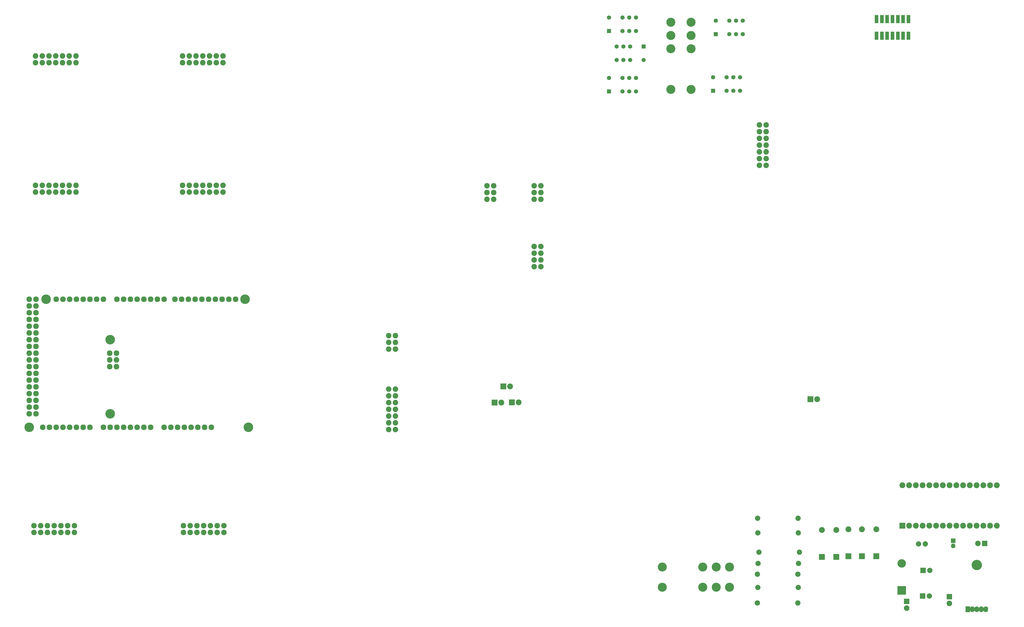
<source format=gbr>
G04 #@! TF.FileFunction,Soldermask,Top*
%FSLAX46Y46*%
G04 Gerber Fmt 4.6, Leading zero omitted, Abs format (unit mm)*
G04 Created by KiCad (PCBNEW 4.0.6) date 02/28/20 07:27:54*
%MOMM*%
%LPD*%
G01*
G04 APERTURE LIST*
%ADD10C,0.100000*%
%ADD11O,2.127200X2.127200*%
%ADD12C,3.600000*%
%ADD13C,2.082800*%
%ADD14R,2.000000X2.000000*%
%ADD15C,2.000000*%
%ADD16R,2.200000X2.200000*%
%ADD17C,2.200000*%
%ADD18O,2.200000X2.200000*%
%ADD19R,3.200000X3.200000*%
%ADD20O,3.200000X3.200000*%
%ADD21R,1.600000X1.600000*%
%ADD22C,1.600000*%
%ADD23R,2.100000X2.100000*%
%ADD24O,2.100000X2.100000*%
%ADD25R,1.750000X1.750000*%
%ADD26O,1.750000X1.750000*%
%ADD27C,3.400000*%
%ADD28O,3.900000X3.900000*%
%ADD29R,1.750000X2.200000*%
%ADD30O,1.750000X2.200000*%
%ADD31O,2.000000X2.000000*%
%ADD32R,1.400000X3.150000*%
G04 APERTURE END LIST*
D10*
D11*
X163932000Y-219456000D03*
X161392000Y-219456000D03*
X161392000Y-216916000D03*
X163932000Y-216916000D03*
X161392000Y-214376000D03*
X176759000Y-242316000D03*
X181839000Y-242316000D03*
X184379000Y-242316000D03*
X186919000Y-242316000D03*
X189459000Y-242316000D03*
X191999000Y-242316000D03*
X194539000Y-242316000D03*
X197079000Y-242316000D03*
X141199000Y-194056000D03*
X143739000Y-194056000D03*
X146279000Y-194056000D03*
X148819000Y-194056000D03*
X151359000Y-194056000D03*
X153899000Y-194056000D03*
X156439000Y-194056000D03*
X158979000Y-194056000D03*
X164059000Y-194056000D03*
X166599000Y-194056000D03*
X169139000Y-194056000D03*
X171679000Y-194056000D03*
X174219000Y-194056000D03*
X176759000Y-194056000D03*
X179299000Y-194056000D03*
X181839000Y-194056000D03*
X201143000Y-194056000D03*
X185903000Y-194056000D03*
X188443000Y-194056000D03*
X190983000Y-194056000D03*
D12*
X161519000Y-237236000D03*
X161519000Y-209296000D03*
X137389000Y-194056000D03*
X212319000Y-194056000D03*
X131039000Y-242316000D03*
X213589000Y-242316000D03*
D11*
X208763000Y-194056000D03*
X206223000Y-194056000D03*
X203683000Y-194056000D03*
X198603000Y-194056000D03*
X196063000Y-194056000D03*
X193523000Y-194056000D03*
X199619000Y-242316000D03*
X174219000Y-242316000D03*
X171679000Y-242316000D03*
X169139000Y-242316000D03*
X166599000Y-242316000D03*
X164059000Y-242316000D03*
X161519000Y-242316000D03*
X158979000Y-242316000D03*
X153899000Y-242316000D03*
X151359000Y-242316000D03*
X148819000Y-242316000D03*
X146279000Y-242316000D03*
X143739000Y-242316000D03*
X141199000Y-242316000D03*
X138659000Y-242316000D03*
X136119000Y-242316000D03*
X133579000Y-194056000D03*
X131039000Y-194056000D03*
X133579000Y-196596000D03*
X131039000Y-196596000D03*
X133579000Y-199136000D03*
X131039000Y-199136000D03*
X133579000Y-201676000D03*
X131039000Y-201676000D03*
X133579000Y-204216000D03*
X131039000Y-204216000D03*
X133579000Y-206756000D03*
X131039000Y-206756000D03*
X133579000Y-209296000D03*
X131039000Y-209296000D03*
X133579000Y-211836000D03*
X131039000Y-211836000D03*
X133579000Y-214376000D03*
X131039000Y-214376000D03*
X133579000Y-216916000D03*
X131039000Y-216916000D03*
X133579000Y-219456000D03*
X131039000Y-219456000D03*
X133579000Y-221996000D03*
X131039000Y-221996000D03*
X133579000Y-224536000D03*
X131039000Y-224536000D03*
X133579000Y-227076000D03*
X131039000Y-227076000D03*
X133579000Y-229616000D03*
X131039000Y-229616000D03*
X133579000Y-232156000D03*
X131039000Y-232156000D03*
X133579000Y-234696000D03*
X131039000Y-234696000D03*
X133579000Y-237236000D03*
X131039000Y-237236000D03*
X163932000Y-214376000D03*
D13*
X133400000Y-102400000D03*
X133400000Y-104940000D03*
X135940000Y-102400000D03*
X135940000Y-104940000D03*
X138480000Y-102400000D03*
X138480000Y-104940000D03*
X141020000Y-102400000D03*
X141020000Y-104940000D03*
X143560000Y-102400000D03*
X143560000Y-104940000D03*
X146100000Y-102400000D03*
X146100000Y-104940000D03*
X148640000Y-102400000D03*
X148640000Y-104940000D03*
X188800000Y-102400000D03*
X188800000Y-104940000D03*
X191340000Y-102400000D03*
X191340000Y-104940000D03*
X193880000Y-102400000D03*
X193880000Y-104940000D03*
X196420000Y-102400000D03*
X196420000Y-104940000D03*
X198960000Y-102400000D03*
X198960000Y-104940000D03*
X201500000Y-102400000D03*
X201500000Y-104940000D03*
X204040000Y-102400000D03*
X204040000Y-104940000D03*
X188800000Y-151200000D03*
X188800000Y-153740000D03*
X191340000Y-151200000D03*
X191340000Y-153740000D03*
X193880000Y-151200000D03*
X193880000Y-153740000D03*
X196420000Y-151200000D03*
X196420000Y-153740000D03*
X198960000Y-151200000D03*
X198960000Y-153740000D03*
X201500000Y-151200000D03*
X201500000Y-153740000D03*
X204040000Y-151200000D03*
X204040000Y-153740000D03*
X133400000Y-151200000D03*
X133400000Y-153740000D03*
X135940000Y-151200000D03*
X135940000Y-153740000D03*
X138480000Y-151200000D03*
X138480000Y-153740000D03*
X141020000Y-151200000D03*
X141020000Y-153740000D03*
X143560000Y-151200000D03*
X143560000Y-153740000D03*
X146100000Y-151200000D03*
X146100000Y-153740000D03*
X148640000Y-151200000D03*
X148640000Y-153740000D03*
X148100000Y-282000000D03*
X148100000Y-279460000D03*
X145560000Y-282000000D03*
X145560000Y-279460000D03*
X143020000Y-282000000D03*
X143020000Y-279460000D03*
X140480000Y-282000000D03*
X140480000Y-279460000D03*
X137940000Y-282000000D03*
X137940000Y-279460000D03*
X135400000Y-282000000D03*
X135400000Y-279460000D03*
X132860000Y-282000000D03*
X132860000Y-279460000D03*
X204343000Y-282000000D03*
X204343000Y-279460000D03*
X201803000Y-282000000D03*
X201803000Y-279460000D03*
X199263000Y-282000000D03*
X199263000Y-279460000D03*
X196723000Y-282000000D03*
X196723000Y-279460000D03*
X194183000Y-282000000D03*
X194183000Y-279460000D03*
X191643000Y-282000000D03*
X191643000Y-279460000D03*
X189103000Y-282000000D03*
X189103000Y-279460000D03*
X269000000Y-243200000D03*
X266460000Y-243200000D03*
X269000000Y-240660000D03*
X266460000Y-240660000D03*
X269000000Y-238120000D03*
X266460000Y-238120000D03*
X269000000Y-235580000D03*
X266460000Y-235580000D03*
X269000000Y-233040000D03*
X266460000Y-233040000D03*
X269000000Y-230500000D03*
X266460000Y-230500000D03*
X269000000Y-227960000D03*
X266460000Y-227960000D03*
X408600000Y-143600000D03*
X406060000Y-143600000D03*
X408600000Y-141060000D03*
X406060000Y-141060000D03*
X408600000Y-138520000D03*
X406060000Y-138520000D03*
X408600000Y-135980000D03*
X406060000Y-135980000D03*
X408600000Y-133440000D03*
X406060000Y-133440000D03*
X408600000Y-130900000D03*
X406060000Y-130900000D03*
X408600000Y-128360000D03*
X406060000Y-128360000D03*
X323800000Y-156400000D03*
X321260000Y-156400000D03*
X323800000Y-153860000D03*
X321260000Y-153860000D03*
X323800000Y-151320000D03*
X321260000Y-151320000D03*
X306000000Y-156400000D03*
X303460000Y-156400000D03*
X306000000Y-153860000D03*
X303460000Y-153860000D03*
X306000000Y-151320000D03*
X303460000Y-151320000D03*
X323800000Y-181800000D03*
X321260000Y-181800000D03*
X323800000Y-179260000D03*
X321260000Y-179260000D03*
X323800000Y-176720000D03*
X321260000Y-176720000D03*
X323800000Y-174180000D03*
X321260000Y-174180000D03*
D14*
X467538000Y-305918000D03*
D15*
X470038000Y-305918000D03*
D14*
X467716000Y-296316000D03*
D15*
X470216000Y-296316000D03*
D16*
X312852000Y-232995000D03*
D17*
X315392000Y-232995000D03*
D16*
X429616000Y-291236000D03*
D18*
X429616000Y-281076000D03*
D16*
X434975000Y-291186000D03*
D18*
X434975000Y-281026000D03*
D16*
X450113000Y-290957000D03*
D18*
X450113000Y-280797000D03*
D16*
X444627000Y-290957000D03*
D18*
X444627000Y-280797000D03*
D16*
X425298000Y-231800000D03*
D17*
X427838000Y-231800000D03*
D19*
X459613000Y-303809000D03*
D20*
X459613000Y-293649000D03*
D16*
X439598000Y-290957000D03*
D18*
X439598000Y-280797000D03*
D16*
X309601000Y-226924000D03*
D17*
X312141000Y-226924000D03*
D16*
X306350000Y-233071000D03*
D17*
X308890000Y-233071000D03*
D21*
X388622000Y-115519000D03*
D22*
X388622000Y-110439000D03*
X393702000Y-115519000D03*
X398782000Y-110439000D03*
X396242000Y-115519000D03*
X398782000Y-115519000D03*
X393702000Y-110439000D03*
X396242000Y-110439000D03*
D21*
X349455000Y-115748000D03*
D22*
X349455000Y-110668000D03*
X354535000Y-115748000D03*
X359615000Y-110668000D03*
X357075000Y-115748000D03*
X359615000Y-115748000D03*
X354535000Y-110668000D03*
X357075000Y-110668000D03*
D21*
X362431000Y-98882000D03*
D22*
X362431000Y-103962000D03*
X357351000Y-98882000D03*
X352271000Y-103962000D03*
X354811000Y-98882000D03*
X352271000Y-98882000D03*
X357351000Y-103962000D03*
X354811000Y-103962000D03*
D21*
X349404000Y-92964000D03*
D22*
X349404000Y-87884000D03*
X354484000Y-92964000D03*
X359564000Y-87884000D03*
X357024000Y-92964000D03*
X359564000Y-92964000D03*
X354484000Y-87884000D03*
X357024000Y-87884000D03*
D21*
X389638000Y-94183200D03*
D22*
X389638000Y-89103200D03*
X394718000Y-94183200D03*
X399798000Y-89103200D03*
X397258000Y-94183200D03*
X399798000Y-94183200D03*
X394718000Y-89103200D03*
X397258000Y-89103200D03*
D23*
X477596000Y-306172000D03*
D24*
X477596000Y-308712000D03*
D16*
X459892000Y-279476000D03*
D17*
X462432000Y-279476000D03*
X464972000Y-279476000D03*
X467512000Y-279476000D03*
X470052000Y-279476000D03*
X472592000Y-279476000D03*
X475132000Y-279476000D03*
X477672000Y-279476000D03*
X480212000Y-279476000D03*
X482752000Y-279476000D03*
X485292000Y-279476000D03*
X487832000Y-279476000D03*
X490372000Y-279476000D03*
X492912000Y-279476000D03*
X495452000Y-279476000D03*
X495452000Y-264236000D03*
X492912000Y-264236000D03*
X490372000Y-264236000D03*
X487832000Y-264236000D03*
X485292000Y-264236000D03*
X482752000Y-264236000D03*
X480212000Y-264236000D03*
X477672000Y-264236000D03*
X475132000Y-264236000D03*
X472592000Y-264236000D03*
X470052000Y-264236000D03*
X467512000Y-264236000D03*
X464972000Y-264236000D03*
X462432000Y-264236000D03*
X459892000Y-264236000D03*
D25*
X479069000Y-285090000D03*
D26*
X479069000Y-287090000D03*
D27*
X372720000Y-115011000D03*
X380340000Y-115011000D03*
X372720000Y-94691000D03*
X380340000Y-89691000D03*
X380340000Y-99691000D03*
X372720000Y-99691000D03*
X380340000Y-94691000D03*
X372720000Y-89691000D03*
D28*
X487956000Y-294236000D03*
D29*
X484556000Y-310896000D03*
D30*
X486256000Y-310896000D03*
X487956000Y-310896000D03*
X489656000Y-310896000D03*
X491356000Y-310896000D03*
D23*
X490880000Y-286131000D03*
D24*
X488340000Y-286131000D03*
D15*
X465988000Y-286334000D03*
D31*
X468528000Y-286334000D03*
D23*
X461518000Y-307950000D03*
D24*
X461518000Y-310490000D03*
D32*
X450184000Y-88543600D03*
X450184000Y-94793600D03*
X452184000Y-88543600D03*
X452184000Y-94793600D03*
X454184000Y-88543600D03*
X454184000Y-94793600D03*
X456184000Y-88543600D03*
X456184000Y-94793600D03*
X458184000Y-88543600D03*
X458184000Y-94793600D03*
X460184000Y-88543600D03*
X460184000Y-94793600D03*
X462184000Y-88543600D03*
X462184000Y-94793600D03*
D15*
X405308000Y-308559000D03*
D31*
X420548000Y-308559000D03*
D15*
X405587000Y-293649000D03*
D31*
X420827000Y-293649000D03*
D15*
X405867000Y-289458000D03*
D31*
X421107000Y-289458000D03*
D15*
X420675000Y-302692000D03*
D31*
X405435000Y-302692000D03*
D15*
X420548000Y-297739000D03*
D31*
X405308000Y-297739000D03*
D13*
X268986000Y-212877000D03*
X266446000Y-212877000D03*
X268986000Y-210337000D03*
X266446000Y-210337000D03*
X268986000Y-207797000D03*
X266446000Y-207797000D03*
D27*
X369443000Y-295021000D03*
X369443000Y-302641000D03*
X389763000Y-295021000D03*
X394763000Y-302641000D03*
X384763000Y-302641000D03*
X384763000Y-295021000D03*
X389763000Y-302641000D03*
X394763000Y-295021000D03*
D15*
X405435000Y-282118000D03*
D31*
X420675000Y-282118000D03*
D15*
X405359000Y-276657000D03*
D31*
X420599000Y-276657000D03*
M02*

</source>
